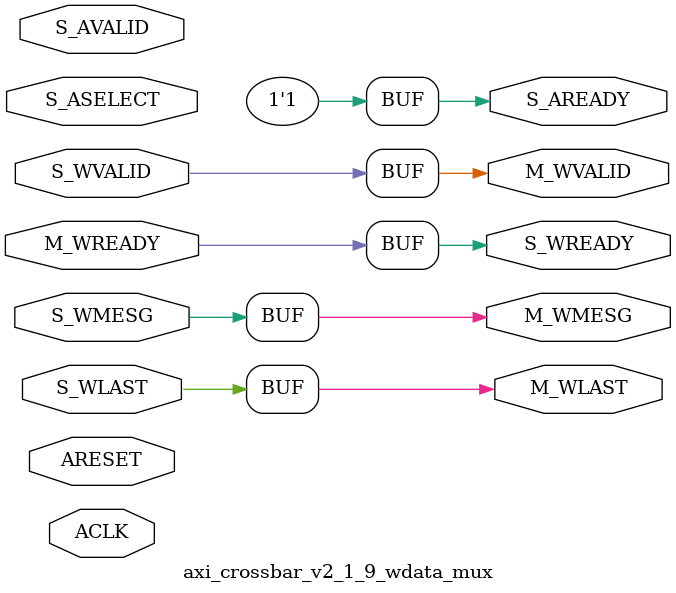
<source format=v>

`timescale 1ps/1ps
`default_nettype none

(* DowngradeIPIdentifiedWarnings="yes" *) 
module axi_crossbar_v2_1_9_wdata_mux #
  (
   parameter         C_FAMILY       = "none", // FPGA Family.
   parameter integer C_WMESG_WIDTH            =  1, // Width of W-channel payload.
   parameter integer C_NUM_SLAVE_SLOTS     =  1, // Number of S_* ports.
   parameter integer C_SELECT_WIDTH      =  1, // Width of ASELECT.
   parameter integer C_FIFO_DEPTH_LOG     =  0 // Queue depth = 2**C_FIFO_DEPTH_LOG.
   )
  (
   // System Signals
   input  wire                                        ACLK,
   input  wire                                        ARESET,
   // Slave Data Ports
   input  wire [C_NUM_SLAVE_SLOTS*C_WMESG_WIDTH-1:0]     S_WMESG,
   input  wire [C_NUM_SLAVE_SLOTS-1:0]                S_WLAST,
   input  wire [C_NUM_SLAVE_SLOTS-1:0]                S_WVALID,
   output wire [C_NUM_SLAVE_SLOTS-1:0]                S_WREADY,
   // Master Data Ports
   output wire [C_WMESG_WIDTH-1:0]                       M_WMESG,
   output wire                                        M_WLAST,
   output wire                                        M_WVALID,
   input  wire                                        M_WREADY,
   // Write Command Ports
   input  wire [C_SELECT_WIDTH-1:0]                 S_ASELECT,  // SI-slot index from AW arbiter
   input  wire                                        S_AVALID,
   output wire                                        S_AREADY
   );

  localparam integer P_FIFO_DEPTH_LOG = (C_FIFO_DEPTH_LOG <= 5) ? C_FIFO_DEPTH_LOG : 5;  // Max depth = 32
  
  // Decode select input to 1-hot
  function [C_NUM_SLAVE_SLOTS-1:0] f_decoder (
      input [C_SELECT_WIDTH-1:0] sel
    );
    integer i;
    begin
      for (i=0; i<C_NUM_SLAVE_SLOTS; i=i+1) begin
        f_decoder[i] = (sel == i);
      end
    end
  endfunction

  wire                                          m_valid_i;
  wire                                          m_last_i;
  wire [C_NUM_SLAVE_SLOTS-1:0]             m_select_hot;
  wire [C_SELECT_WIDTH-1:0]                 m_select_enc;
  wire                                          m_avalid;
  wire                                          m_aready;
  
  generate
    if (C_NUM_SLAVE_SLOTS>1) begin : gen_wmux
      // SI-side write command queue
      axi_data_fifo_v2_1_7_axic_reg_srl_fifo #
        (
         .C_FAMILY          (C_FAMILY),
         .C_FIFO_WIDTH      (C_SELECT_WIDTH),
         .C_FIFO_DEPTH_LOG  (P_FIFO_DEPTH_LOG),
         .C_USE_FULL        (0)
         )
        wmux_aw_fifo
          (
           .ACLK    (ACLK),
           .ARESET  (ARESET),
           .S_MESG  (S_ASELECT),
           .S_VALID (S_AVALID),
           .S_READY (S_AREADY),
           .M_MESG  (m_select_enc),
           .M_VALID (m_avalid),
           .M_READY (m_aready)
           );
    
      assign m_select_hot = f_decoder(m_select_enc);
      
      // Instantiate MUX
      generic_baseblocks_v2_1_0_mux_enc # 
        (
         .C_FAMILY      ("rtl"),
         .C_RATIO       (C_NUM_SLAVE_SLOTS),
         .C_SEL_WIDTH   (C_SELECT_WIDTH),
         .C_DATA_WIDTH  (C_WMESG_WIDTH)
        ) mux_w 
        (
         .S   (m_select_enc),
         .A   (S_WMESG),
         .O   (M_WMESG),
         .OE  (1'b1)
        ); 
        
      assign m_last_i  = |(S_WLAST & m_select_hot);
      assign m_valid_i = |(S_WVALID & m_select_hot);
      
      assign m_aready = m_valid_i & m_avalid & m_last_i & M_WREADY;
      assign M_WLAST = m_last_i;
      assign M_WVALID = m_valid_i & m_avalid;
      assign S_WREADY = m_select_hot & {C_NUM_SLAVE_SLOTS{m_avalid & M_WREADY}};
    end else begin : gen_no_wmux
      assign S_AREADY = 1'b1;
      assign M_WVALID = S_WVALID;
      assign S_WREADY = M_WREADY;
      assign M_WLAST = S_WLAST;
      assign M_WMESG = S_WMESG;
    end
  endgenerate
  
endmodule

`default_nettype wire

</source>
